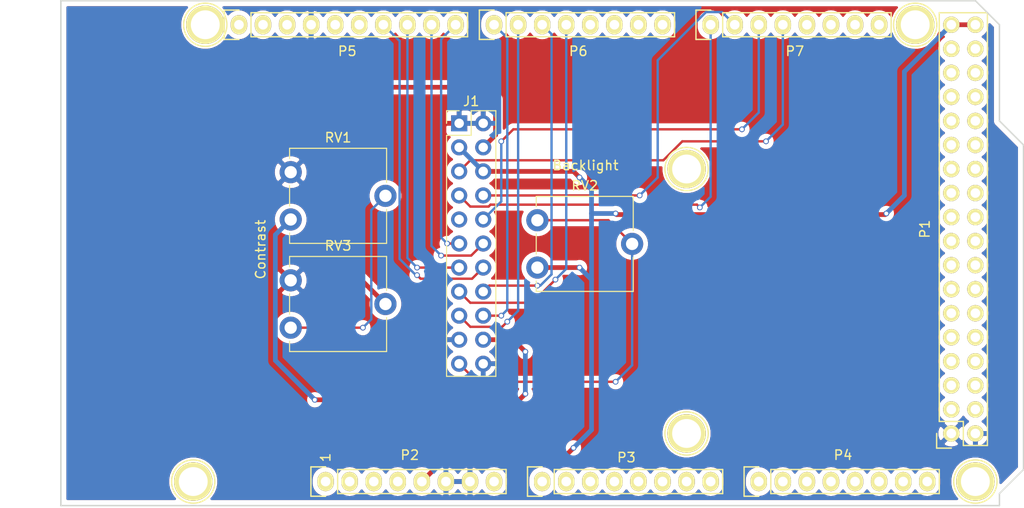
<source format=kicad_pcb>
(kicad_pcb (version 20171130) (host pcbnew "(5.1.10)-1")
  (title_block (date "mar. 31 mars 2015"))
  (layers (0 F.Cu signal) (31 B.Cu signal) (34 B.Paste user) (35 F.Paste user) (36 B.SilkS user) (37 F.SilkS user) (38 B.Mask user) (39 F.Mask user) (44 Edge.Cuts user))
  (net 0 "")
  (net 1 GND)
  (net 2 "/52(SCK)")
  (net 3 "/53(SS)")
  (net 4 "/50(MISO)")
  (net 5 "/51(MOSI)")
  (net 6 /48)
  (net 7 /49)
  (net 8 /46)
  (net 9 /47)
  (net 10 /44)
  (net 11 /45)
  (net 12 /42)
  (net 13 /43)
  (net 14 /40)
  (net 15 /41)
  (net 16 /38)
  (net 17 /39)
  (net 18 /36)
  (net 19 /37)
  (net 20 /34)
  (net 21 /35)
  (net 22 /32)
  (net 23 /33)
  (net 24 /30)
  (net 25 /31)
  (net 26 /28)
  (net 27 /29)
  (net 28 /26)
  (net 29 /27)
  (net 30 /24)
  (net 31 /25)
  (net 32 /22)
  (net 33 /23)
  (net 34 +5V)
  (net 35 /IOREF)
  (net 36 /Reset)
  (net 37 /Vin)
  (net 38 /A0)
  (net 39 /A1)
  (net 40 /A2)
  (net 41 /A3)
  (net 42 /A4)
  (net 43 /A5)
  (net 44 /A6)
  (net 45 /A7)
  (net 46 /A8)
  (net 47 /A9)
  (net 48 /A10)
  (net 49 /A11)
  (net 50 /A12)
  (net 51 /A13)
  (net 52 /A14)
  (net 53 /A15)
  (net 54 /SCL)
  (net 55 /SDA)
  (net 56 /AREF)
  (net 57 "/13(**)")
  (net 58 "/12(**)")
  (net 59 "/11(**)")
  (net 60 "/10(**)")
  (net 61 "/9(**)")
  (net 62 "/8(**)")
  (net 63 "/7(**)")
  (net 64 "/6(**)")
  (net 65 "/5(**)")
  (net 66 "/4(**)")
  (net 67 "/3(**)")
  (net 68 "/2(**)")
  (net 69 "/20(SDA)")
  (net 70 "/21(SCL)")
  (net 71 "Net-(P8-Pad1)")
  (net 72 "Net-(P9-Pad1)")
  (net 73 "Net-(P10-Pad1)")
  (net 74 "Net-(P11-Pad1)")
  (net 75 "Net-(P12-Pad1)")
  (net 76 "Net-(P13-Pad1)")
  (net 77 "Net-(P2-Pad1)")
  (net 78 +3V3)
  (net 79 "/1(Tx0)")
  (net 80 "/0(Rx0)")
  (net 81 "/14(Tx3)")
  (net 82 "/15(Rx3)")
  (net 83 "/16(Tx2)")
  (net 84 "/17(Rx2)")
  (net 85 "/18(Tx1)")
  (net 86 "/19(Rx1)")
  (net 87 /V0)
  (net 88 /NC)
  (net 89 /VOUT)
  (net 90 /LED_A)
  (net 91 "Net-(RV1-Pad2)")
  (module Socket_Arduino_Mega:Socket_Strip_Arduino_2x18 (layer F.Cu) (at 197.358 114.046 90)
    (fp_text reference P1 (at 21.59 -2.794 90) (layer F.SilkS))
    (fp_text value Digital)
    (fp_line (start -1.55 -1.55) (end -1.55 0) (layer F.SilkS) (width 0.15))
    (fp_line (start 1.27 1.27) (end 1.27 -1.27) (layer F.SilkS) (width 0.15))
    (fp_line (start -1.27 1.27) (end 1.27 1.27) (layer F.SilkS) (width 0.15))
    (fp_line (start 0 -1.55) (end -1.55 -1.55) (layer F.SilkS) (width 0.15))
    (fp_line (start -1.27 3.81) (end -1.27 1.27) (layer F.SilkS) (width 0.15))
    (fp_line (start 44.45 3.81) (end 44.45 -1.27) (layer F.SilkS) (width 0.15))
    (fp_line (start 44.45 -1.27) (end 1.27 -1.27) (layer F.SilkS) (width 0.15))
    (fp_line (start -1.27 3.81) (end 44.45 3.81) (layer F.SilkS) (width 0.15))
    (pad 1 thru_hole circle (at 0 0 90) (size 1.7272 1.7272) (drill 1.016) (layers *.Cu *.Mask F.SilkS) (net 1 GND))
    (pad 2 thru_hole oval (at 0 2.54 90) (size 1.7272 1.7272) (drill 1.016) (layers *.Cu *.Mask F.SilkS) (net 1 GND))
    (pad 3 thru_hole oval (at 2.54 0 90) (size 1.7272 1.7272) (drill 1.016) (layers *.Cu *.Mask F.SilkS) (net 2 "/52(SCK)"))
    (pad 4 thru_hole oval (at 2.54 2.54 90) (size 1.7272 1.7272) (drill 1.016) (layers *.Cu *.Mask F.SilkS) (net 3 "/53(SS)"))
    (pad 5 thru_hole oval (at 5.08 0 90) (size 1.7272 1.7272) (drill 1.016) (layers *.Cu *.Mask F.SilkS) (net 4 "/50(MISO)"))
    (pad 6 thru_hole oval (at 5.08 2.54 90) (size 1.7272 1.7272) (drill 1.016) (layers *.Cu *.Mask F.SilkS) (net 5 "/51(MOSI)"))
    (pad 7 thru_hole oval (at 7.62 0 90) (size 1.7272 1.7272) (drill 1.016) (layers *.Cu *.Mask F.SilkS) (net 6 /48))
    (pad 8 thru_hole oval (at 7.62 2.54 90) (size 1.7272 1.7272) (drill 1.016) (layers *.Cu *.Mask F.SilkS) (net 7 /49))
    (pad 9 thru_hole oval (at 10.16 0 90) (size 1.7272 1.7272) (drill 1.016) (layers *.Cu *.Mask F.SilkS) (net 8 /46))
    (pad 10 thru_hole oval (at 10.16 2.54 90) (size 1.7272 1.7272) (drill 1.016) (layers *.Cu *.Mask F.SilkS) (net 9 /47))
    (pad 11 thru_hole oval (at 12.7 0 90) (size 1.7272 1.7272) (drill 1.016) (layers *.Cu *.Mask F.SilkS) (net 10 /44))
    (pad 12 thru_hole oval (at 12.7 2.54 90) (size 1.7272 1.7272) (drill 1.016) (layers *.Cu *.Mask F.SilkS) (net 11 /45))
    (pad 13 thru_hole oval (at 15.24 0 90) (size 1.7272 1.7272) (drill 1.016) (layers *.Cu *.Mask F.SilkS) (net 12 /42))
    (pad 14 thru_hole oval (at 15.24 2.54 90) (size 1.7272 1.7272) (drill 1.016) (layers *.Cu *.Mask F.SilkS) (net 13 /43))
    (pad 15 thru_hole oval (at 17.78 0 90) (size 1.7272 1.7272) (drill 1.016) (layers *.Cu *.Mask F.SilkS) (net 14 /40))
    (pad 16 thru_hole oval (at 17.78 2.54 90) (size 1.7272 1.7272) (drill 1.016) (layers *.Cu *.Mask F.SilkS) (net 15 /41))
    (pad 17 thru_hole oval (at 20.32 0 90) (size 1.7272 1.7272) (drill 1.016) (layers *.Cu *.Mask F.SilkS) (net 16 /38))
    (pad 18 thru_hole oval (at 20.32 2.54 90) (size 1.7272 1.7272) (drill 1.016) (layers *.Cu *.Mask F.SilkS) (net 17 /39))
    (pad 19 thru_hole oval (at 22.86 0 90) (size 1.7272 1.7272) (drill 1.016) (layers *.Cu *.Mask F.SilkS) (net 18 /36))
    (pad 20 thru_hole oval (at 22.86 2.54 90) (size 1.7272 1.7272) (drill 1.016) (layers *.Cu *.Mask F.SilkS) (net 19 /37))
    (pad 21 thru_hole oval (at 25.4 0 90) (size 1.7272 1.7272) (drill 1.016) (layers *.Cu *.Mask F.SilkS) (net 20 /34))
    (pad 22 thru_hole oval (at 25.4 2.54 90) (size 1.7272 1.7272) (drill 1.016) (layers *.Cu *.Mask F.SilkS) (net 21 /35))
    (pad 23 thru_hole oval (at 27.94 0 90) (size 1.7272 1.7272) (drill 1.016) (layers *.Cu *.Mask F.SilkS) (net 22 /32))
    (pad 24 thru_hole oval (at 27.94 2.54 90) (size 1.7272 1.7272) (drill 1.016) (layers *.Cu *.Mask F.SilkS) (net 23 /33))
    (pad 25 thru_hole oval (at 30.48 0 90) (size 1.7272 1.7272) (drill 1.016) (layers *.Cu *.Mask F.SilkS) (net 24 /30))
    (pad 26 thru_hole oval (at 30.48 2.54 90) (size 1.7272 1.7272) (drill 1.016) (layers *.Cu *.Mask F.SilkS) (net 25 /31))
    (pad 27 thru_hole oval (at 33.02 0 90) (size 1.7272 1.7272) (drill 1.016) (layers *.Cu *.Mask F.SilkS) (net 26 /28))
    (pad 28 thru_hole oval (at 33.02 2.54 90) (size 1.7272 1.7272) (drill 1.016) (layers *.Cu *.Mask F.SilkS) (net 27 /29))
    (pad 29 thru_hole oval (at 35.56 0 90) (size 1.7272 1.7272) (drill 1.016) (layers *.Cu *.Mask F.SilkS) (net 28 /26))
    (pad 30 thru_hole oval (at 35.56 2.54 90) (size 1.7272 1.7272) (drill 1.016) (layers *.Cu *.Mask F.SilkS) (net 29 /27))
    (pad 31 thru_hole oval (at 38.1 0 90) (size 1.7272 1.7272) (drill 1.016) (layers *.Cu *.Mask F.SilkS) (net 30 /24))
    (pad 32 thru_hole oval (at 38.1 2.54 90) (size 1.7272 1.7272) (drill 1.016) (layers *.Cu *.Mask F.SilkS) (net 31 /25))
    (pad 33 thru_hole oval (at 40.64 0 90) (size 1.7272 1.7272) (drill 1.016) (layers *.Cu *.Mask F.SilkS) (net 32 /22))
    (pad 34 thru_hole oval (at 40.64 2.54 90) (size 1.7272 1.7272) (drill 1.016) (layers *.Cu *.Mask F.SilkS) (net 33 /23))
    (pad 35 thru_hole oval (at 43.18 0 90) (size 1.7272 1.7272) (drill 1.016) (layers *.Cu *.Mask F.SilkS) (net 34 +5V))
    (pad 36 thru_hole oval (at 43.18 2.54 90) (size 1.7272 1.7272) (drill 1.016) (layers *.Cu *.Mask F.SilkS) (net 34 +5V))
  )
  (module Socket_Arduino_Mega:Socket_Strip_Arduino_1x08 (layer F.Cu) (at 131.318 119.126)
    (fp_text reference P2 (at 8.89 -2.794) (layer F.SilkS))
    (fp_text value Power)
    (fp_line (start -1.55 -1.55) (end -1.55 1.55) (layer F.SilkS) (width 0.15))
    (fp_line (start 0 -1.55) (end -1.55 -1.55) (layer F.SilkS) (width 0.15))
    (fp_line (start 1.27 1.27) (end 1.27 -1.27) (layer F.SilkS) (width 0.15))
    (fp_line (start -1.55 1.55) (end 0 1.55) (layer F.SilkS) (width 0.15))
    (fp_line (start 19.05 -1.27) (end 1.27 -1.27) (layer F.SilkS) (width 0.15))
    (fp_line (start 19.05 1.27) (end 19.05 -1.27) (layer F.SilkS) (width 0.15))
    (fp_line (start 1.27 1.27) (end 19.05 1.27) (layer F.SilkS) (width 0.15))
    (pad 1 thru_hole oval (at 0 0) (size 1.7272 2.032) (drill 1.016) (layers *.Cu *.Mask F.SilkS) (net 77 "Net-(P2-Pad1)"))
    (pad 2 thru_hole oval (at 2.54 0) (size 1.7272 2.032) (drill 1.016) (layers *.Cu *.Mask F.SilkS) (net 35 /IOREF))
    (pad 3 thru_hole oval (at 5.08 0) (size 1.7272 2.032) (drill 1.016) (layers *.Cu *.Mask F.SilkS) (net 36 /Reset))
    (pad 4 thru_hole oval (at 7.62 0) (size 1.7272 2.032) (drill 1.016) (layers *.Cu *.Mask F.SilkS) (net 78 +3V3))
    (pad 5 thru_hole oval (at 10.16 0) (size 1.7272 2.032) (drill 1.016) (layers *.Cu *.Mask F.SilkS) (net 34 +5V))
    (pad 6 thru_hole oval (at 12.7 0) (size 1.7272 2.032) (drill 1.016) (layers *.Cu *.Mask F.SilkS) (net 1 GND))
    (pad 7 thru_hole oval (at 15.24 0) (size 1.7272 2.032) (drill 1.016) (layers *.Cu *.Mask F.SilkS) (net 1 GND))
    (pad 8 thru_hole oval (at 17.78 0) (size 1.7272 2.032) (drill 1.016) (layers *.Cu *.Mask F.SilkS) (net 37 /Vin))
  )
  (module Socket_Arduino_Mega:Socket_Strip_Arduino_1x08 (layer F.Cu) (at 154.178 119.126)
    (fp_text reference P3 (at 8.89 -2.54) (layer F.SilkS))
    (fp_text value Analog)
    (fp_line (start -1.55 -1.55) (end -1.55 1.55) (layer F.SilkS) (width 0.15))
    (fp_line (start 0 -1.55) (end -1.55 -1.55) (layer F.SilkS) (width 0.15))
    (fp_line (start 1.27 1.27) (end 1.27 -1.27) (layer F.SilkS) (width 0.15))
    (fp_line (start -1.55 1.55) (end 0 1.55) (layer F.SilkS) (width 0.15))
    (fp_line (start 19.05 -1.27) (end 1.27 -1.27) (layer F.SilkS) (width 0.15))
    (fp_line (start 19.05 1.27) (end 19.05 -1.27) (layer F.SilkS) (width 0.15))
    (fp_line (start 1.27 1.27) (end 19.05 1.27) (layer F.SilkS) (width 0.15))
    (pad 1 thru_hole oval (at 0 0) (size 1.7272 2.032) (drill 1.016) (layers *.Cu *.Mask F.SilkS) (net 38 /A0))
    (pad 2 thru_hole oval (at 2.54 0) (size 1.7272 2.032) (drill 1.016) (layers *.Cu *.Mask F.SilkS) (net 39 /A1))
    (pad 3 thru_hole oval (at 5.08 0) (size 1.7272 2.032) (drill 1.016) (layers *.Cu *.Mask F.SilkS) (net 40 /A2))
    (pad 4 thru_hole oval (at 7.62 0) (size 1.7272 2.032) (drill 1.016) (layers *.Cu *.Mask F.SilkS) (net 41 /A3))
    (pad 5 thru_hole oval (at 10.16 0) (size 1.7272 2.032) (drill 1.016) (layers *.Cu *.Mask F.SilkS) (net 42 /A4))
    (pad 6 thru_hole oval (at 12.7 0) (size 1.7272 2.032) (drill 1.016) (layers *.Cu *.Mask F.SilkS) (net 43 /A5))
    (pad 7 thru_hole oval (at 15.24 0) (size 1.7272 2.032) (drill 1.016) (layers *.Cu *.Mask F.SilkS) (net 44 /A6))
    (pad 8 thru_hole oval (at 17.78 0) (size 1.7272 2.032) (drill 1.016) (layers *.Cu *.Mask F.SilkS) (net 45 /A7))
  )
  (module Socket_Arduino_Mega:Socket_Strip_Arduino_1x08 (layer F.Cu) (at 177.038 119.126)
    (fp_text reference P4 (at 8.89 -2.794) (layer F.SilkS))
    (fp_text value Analog)
    (fp_line (start -1.55 -1.55) (end -1.55 1.55) (layer F.SilkS) (width 0.15))
    (fp_line (start 0 -1.55) (end -1.55 -1.55) (layer F.SilkS) (width 0.15))
    (fp_line (start 1.27 1.27) (end 1.27 -1.27) (layer F.SilkS) (width 0.15))
    (fp_line (start -1.55 1.55) (end 0 1.55) (layer F.SilkS) (width 0.15))
    (fp_line (start 19.05 -1.27) (end 1.27 -1.27) (layer F.SilkS) (width 0.15))
    (fp_line (start 19.05 1.27) (end 19.05 -1.27) (layer F.SilkS) (width 0.15))
    (fp_line (start 1.27 1.27) (end 19.05 1.27) (layer F.SilkS) (width 0.15))
    (pad 1 thru_hole oval (at 0 0) (size 1.7272 2.032) (drill 1.016) (layers *.Cu *.Mask F.SilkS) (net 46 /A8))
    (pad 2 thru_hole oval (at 2.54 0) (size 1.7272 2.032) (drill 1.016) (layers *.Cu *.Mask F.SilkS) (net 47 /A9))
    (pad 3 thru_hole oval (at 5.08 0) (size 1.7272 2.032) (drill 1.016) (layers *.Cu *.Mask F.SilkS) (net 48 /A10))
    (pad 4 thru_hole oval (at 7.62 0) (size 1.7272 2.032) (drill 1.016) (layers *.Cu *.Mask F.SilkS) (net 49 /A11))
    (pad 5 thru_hole oval (at 10.16 0) (size 1.7272 2.032) (drill 1.016) (layers *.Cu *.Mask F.SilkS) (net 50 /A12))
    (pad 6 thru_hole oval (at 12.7 0) (size 1.7272 2.032) (drill 1.016) (layers *.Cu *.Mask F.SilkS) (net 51 /A13))
    (pad 7 thru_hole oval (at 15.24 0) (size 1.7272 2.032) (drill 1.016) (layers *.Cu *.Mask F.SilkS) (net 52 /A14))
    (pad 8 thru_hole oval (at 17.78 0) (size 1.7272 2.032) (drill 1.016) (layers *.Cu *.Mask F.SilkS) (net 53 /A15))
  )
  (module Socket_Arduino_Mega:Socket_Strip_Arduino_1x10 (layer F.Cu) (at 122.174 70.866)
    (fp_text reference P5 (at 11.43 2.794) (layer F.SilkS))
    (fp_text value PWM)
    (fp_line (start -1.55 -1.55) (end -1.55 1.55) (layer F.SilkS) (width 0.15))
    (fp_line (start 0 -1.55) (end -1.55 -1.55) (layer F.SilkS) (width 0.15))
    (fp_line (start 1.27 1.27) (end 1.27 -1.27) (layer F.SilkS) (width 0.15))
    (fp_line (start -1.55 1.55) (end 0 1.55) (layer F.SilkS) (width 0.15))
    (fp_line (start 24.13 -1.27) (end 1.27 -1.27) (layer F.SilkS) (width 0.15))
    (fp_line (start 24.13 1.27) (end 24.13 -1.27) (layer F.SilkS) (width 0.15))
    (fp_line (start 1.27 1.27) (end 24.13 1.27) (layer F.SilkS) (width 0.15))
    (pad 1 thru_hole oval (at 0 0) (size 1.7272 2.032) (drill 1.016) (layers *.Cu *.Mask F.SilkS) (net 54 /SCL))
    (pad 2 thru_hole oval (at 2.54 0) (size 1.7272 2.032) (drill 1.016) (layers *.Cu *.Mask F.SilkS) (net 55 /SDA))
    (pad 3 thru_hole oval (at 5.08 0) (size 1.7272 2.032) (drill 1.016) (layers *.Cu *.Mask F.SilkS) (net 56 /AREF))
    (pad 4 thru_hole oval (at 7.62 0) (size 1.7272 2.032) (drill 1.016) (layers *.Cu *.Mask F.SilkS) (net 1 GND))
    (pad 5 thru_hole oval (at 10.16 0) (size 1.7272 2.032) (drill 1.016) (layers *.Cu *.Mask F.SilkS) (net 57 "/13(**)"))
    (pad 6 thru_hole oval (at 12.7 0) (size 1.7272 2.032) (drill 1.016) (layers *.Cu *.Mask F.SilkS) (net 58 "/12(**)"))
    (pad 7 thru_hole oval (at 15.24 0) (size 1.7272 2.032) (drill 1.016) (layers *.Cu *.Mask F.SilkS) (net 59 "/11(**)"))
    (pad 8 thru_hole oval (at 17.78 0) (size 1.7272 2.032) (drill 1.016) (layers *.Cu *.Mask F.SilkS) (net 60 "/10(**)"))
    (pad 9 thru_hole oval (at 20.32 0) (size 1.7272 2.032) (drill 1.016) (layers *.Cu *.Mask F.SilkS) (net 61 "/9(**)"))
    (pad 10 thru_hole oval (at 22.86 0) (size 1.7272 2.032) (drill 1.016) (layers *.Cu *.Mask F.SilkS) (net 62 "/8(**)"))
  )
  (module Socket_Arduino_Mega:Socket_Strip_Arduino_1x08 (layer F.Cu) (at 149.098 70.866)
    (fp_text reference P6 (at 8.89 2.794) (layer F.SilkS))
    (fp_text value PWM)
    (fp_line (start -1.55 -1.55) (end -1.55 1.55) (layer F.SilkS) (width 0.15))
    (fp_line (start 0 -1.55) (end -1.55 -1.55) (layer F.SilkS) (width 0.15))
    (fp_line (start 1.27 1.27) (end 1.27 -1.27) (layer F.SilkS) (width 0.15))
    (fp_line (start -1.55 1.55) (end 0 1.55) (layer F.SilkS) (width 0.15))
    (fp_line (start 19.05 -1.27) (end 1.27 -1.27) (layer F.SilkS) (width 0.15))
    (fp_line (start 19.05 1.27) (end 19.05 -1.27) (layer F.SilkS) (width 0.15))
    (fp_line (start 1.27 1.27) (end 19.05 1.27) (layer F.SilkS) (width 0.15))
    (pad 1 thru_hole oval (at 0 0) (size 1.7272 2.032) (drill 1.016) (layers *.Cu *.Mask F.SilkS) (net 63 "/7(**)"))
    (pad 2 thru_hole oval (at 2.54 0) (size 1.7272 2.032) (drill 1.016) (layers *.Cu *.Mask F.SilkS) (net 64 "/6(**)"))
    (pad 3 thru_hole oval (at 5.08 0) (size 1.7272 2.032) (drill 1.016) (layers *.Cu *.Mask F.SilkS) (net 65 "/5(**)"))
    (pad 4 thru_hole oval (at 7.62 0) (size 1.7272 2.032) (drill 1.016) (layers *.Cu *.Mask F.SilkS) (net 66 "/4(**)"))
    (pad 5 thru_hole oval (at 10.16 0) (size 1.7272 2.032) (drill 1.016) (layers *.Cu *.Mask F.SilkS) (net 67 "/3(**)"))
    (pad 6 thru_hole oval (at 12.7 0) (size 1.7272 2.032) (drill 1.016) (layers *.Cu *.Mask F.SilkS) (net 68 "/2(**)"))
    (pad 7 thru_hole oval (at 15.24 0) (size 1.7272 2.032) (drill 1.016) (layers *.Cu *.Mask F.SilkS) (net 79 "/1(Tx0)"))
    (pad 8 thru_hole oval (at 17.78 0) (size 1.7272 2.032) (drill 1.016) (layers *.Cu *.Mask F.SilkS) (net 80 "/0(Rx0)"))
  )
  (module Socket_Arduino_Mega:Socket_Strip_Arduino_1x08 (layer F.Cu) (at 171.958 70.866)
    (fp_text reference P7 (at 8.89 2.794) (layer F.SilkS))
    (fp_text value Communication)
    (fp_line (start -1.55 -1.55) (end -1.55 1.55) (layer F.SilkS) (width 0.15))
    (fp_line (start 0 -1.55) (end -1.55 -1.55) (layer F.SilkS) (width 0.15))
    (fp_line (start 1.27 1.27) (end 1.27 -1.27) (layer F.SilkS) (width 0.15))
    (fp_line (start -1.55 1.55) (end 0 1.55) (layer F.SilkS) (width 0.15))
    (fp_line (start 19.05 -1.27) (end 1.27 -1.27) (layer F.SilkS) (width 0.15))
    (fp_line (start 19.05 1.27) (end 19.05 -1.27) (layer F.SilkS) (width 0.15))
    (fp_line (start 1.27 1.27) (end 19.05 1.27) (layer F.SilkS) (width 0.15))
    (pad 1 thru_hole oval (at 0 0) (size 1.7272 2.032) (drill 1.016) (layers *.Cu *.Mask F.SilkS) (net 81 "/14(Tx3)"))
    (pad 2 thru_hole oval (at 2.54 0) (size 1.7272 2.032) (drill 1.016) (layers *.Cu *.Mask F.SilkS) (net 82 "/15(Rx3)"))
    (pad 3 thru_hole oval (at 5.08 0) (size 1.7272 2.032) (drill 1.016) (layers *.Cu *.Mask F.SilkS) (net 83 "/16(Tx2)"))
    (pad 4 thru_hole oval (at 7.62 0) (size 1.7272 2.032) (drill 1.016) (layers *.Cu *.Mask F.SilkS) (net 84 "/17(Rx2)"))
    (pad 5 thru_hole oval (at 10.16 0) (size 1.7272 2.032) (drill 1.016) (layers *.Cu *.Mask F.SilkS) (net 85 "/18(Tx1)"))
    (pad 6 thru_hole oval (at 12.7 0) (size 1.7272 2.032) (drill 1.016) (layers *.Cu *.Mask F.SilkS) (net 86 "/19(Rx1)"))
    (pad 7 thru_hole oval (at 15.24 0) (size 1.7272 2.032) (drill 1.016) (layers *.Cu *.Mask F.SilkS) (net 69 "/20(SDA)"))
    (pad 8 thru_hole oval (at 17.78 0) (size 1.7272 2.032) (drill 1.016) (layers *.Cu *.Mask F.SilkS) (net 70 "/21(SCL)"))
  )
  (module Socket_Arduino_Mega:Arduino_1pin (layer F.Cu) (at 117.348 119.126)
    (fp_text reference P8 hide)
    (fp_text value CONN_01X01 hide)
    (fp_circle (center 0 0) (end 0 -2.286) (layer F.SilkS) (width 0.15))
    (pad 1 thru_hole circle (at 0 0) (size 4.064 4.064) (drill 3.048) (layers *.Cu *.Mask F.SilkS) (net 71 "Net-(P8-Pad1)"))
  )
  (module Socket_Arduino_Mega:Arduino_1pin (layer F.Cu) (at 169.418 114.046)
    (fp_text reference P9 hide)
    (fp_text value CONN_01X01 hide)
    (fp_circle (center 0 0) (end 0 -2.286) (layer F.SilkS) (width 0.15))
    (pad 1 thru_hole circle (at 0 0) (size 4.064 4.064) (drill 3.048) (layers *.Cu *.Mask F.SilkS) (net 72 "Net-(P9-Pad1)"))
  )
  (module Socket_Arduino_Mega:Arduino_1pin (layer F.Cu) (at 199.898 119.126)
    (fp_text reference P10 hide)
    (fp_text value CONN_01X01 hide)
    (fp_circle (center 0 0) (end 0 -2.286) (layer F.SilkS) (width 0.15))
    (pad 1 thru_hole circle (at 0 0) (size 4.064 4.064) (drill 3.048) (layers *.Cu *.Mask F.SilkS) (net 73 "Net-(P10-Pad1)"))
  )
  (module Socket_Arduino_Mega:Arduino_1pin (layer F.Cu) (at 118.618 70.866)
    (fp_text reference P11 hide)
    (fp_text value CONN_01X01 hide)
    (fp_circle (center 0 0) (end 0 -2.286) (layer F.SilkS) (width 0.15))
    (pad 1 thru_hole circle (at 0 0) (size 4.064 4.064) (drill 3.048) (layers *.Cu *.Mask F.SilkS) (net 74 "Net-(P11-Pad1)"))
  )
  (module Socket_Arduino_Mega:Arduino_1pin (layer F.Cu) (at 169.418 86.106)
    (fp_text reference P12 hide)
    (fp_text value CONN_01X01 hide)
    (fp_circle (center 0 0) (end 0 -2.286) (layer F.SilkS) (width 0.15))
    (pad 1 thru_hole circle (at 0 0) (size 4.064 4.064) (drill 3.048) (layers *.Cu *.Mask F.SilkS) (net 75 "Net-(P12-Pad1)"))
  )
  (module Socket_Arduino_Mega:Arduino_1pin (layer F.Cu) (at 193.548 70.866)
    (fp_text reference P13 hide)
    (fp_text value CONN_01X01 hide)
    (fp_circle (center 0 0) (end 0 -2.286) (layer F.SilkS) (width 0.15))
    (pad 1 thru_hole circle (at 0 0) (size 4.064 4.064) (drill 3.048) (layers *.Cu *.Mask F.SilkS) (net 76 "Net-(P13-Pad1)"))
  )
  (module Connector_PinHeader_2.54mm:PinHeader_2x11_P2.54mm_Vertical (layer F.Cu) (at 145.415 81.28)
    (fp_text reference J1 (at 1.27 -2.33) (layer F.SilkS))
    (fp_text value ERM24064)
    (fp_line (start -1.33 26.73) (end 3.87 26.73) (layer F.SilkS) (width 0.12))
    (fp_line (start -1.33 1.27) (end -1.33 26.73) (layer F.SilkS) (width 0.12))
    (fp_line (start 3.87 -1.33) (end 3.87 26.73) (layer F.SilkS) (width 0.12))
    (fp_line (start -1.33 1.27) (end 1.27 1.27) (layer F.SilkS) (width 0.12))
    (fp_line (start 1.27 1.27) (end 1.27 -1.33) (layer F.SilkS) (width 0.12))
    (fp_line (start 1.27 -1.33) (end 3.87 -1.33) (layer F.SilkS) (width 0.12))
    (fp_line (start -1.33 0) (end -1.33 -1.33) (layer F.SilkS) (width 0.12))
    (fp_line (start -1.33 -1.33) (end 0 -1.33) (layer F.SilkS) (width 0.12))
    (pad 1 thru_hole rect (at 0 0) (size 1.7 1.7) (drill 1) (layers *.Cu *.Mask) (net 1 GND))
    (pad 2 thru_hole oval (at 2.54 0) (size 1.7 1.7) (drill 1) (layers *.Cu *.Mask) (net 1 GND))
    (pad 3 thru_hole oval (at 0 2.54) (size 1.7 1.7) (drill 1) (layers *.Cu *.Mask) (net 34 +5V))
    (pad 4 thru_hole oval (at 2.54 2.54) (size 1.7 1.7) (drill 1) (layers *.Cu *.Mask) (net 87 /V0))
    (pad 5 thru_hole oval (at 0 5.08) (size 1.7 1.7) (drill 1) (layers *.Cu *.Mask) (net 84 "/17(Rx2)"))
    (pad 6 thru_hole oval (at 2.54 5.08) (size 1.7 1.7) (drill 1) (layers *.Cu *.Mask) (net 34 +5V))
    (pad 7 thru_hole oval (at 0 7.62) (size 1.7 1.7) (drill 1) (layers *.Cu *.Mask) (net 81 "/14(Tx3)"))
    (pad 8 thru_hole oval (at 2.54 7.62) (size 1.7 1.7) (drill 1) (layers *.Cu *.Mask) (net 82 "/15(Rx3)"))
    (pad 9 thru_hole oval (at 0 10.16) (size 1.7 1.7) (drill 1) (layers *.Cu *.Mask) (net 88 /NC))
    (pad 10 thru_hole oval (at 2.54 10.16) (size 1.7 1.7) (drill 1) (layers *.Cu *.Mask) (net 83 "/16(Tx2)"))
    (pad 11 thru_hole oval (at 0 12.7) (size 1.7 1.7) (drill 1) (layers *.Cu *.Mask) (net 62 "/8(**)"))
    (pad 12 thru_hole oval (at 2.54 12.7) (size 1.7 1.7) (drill 1) (layers *.Cu *.Mask) (net 61 "/9(**)"))
    (pad 13 thru_hole oval (at 0 15.24) (size 1.7 1.7) (drill 1) (layers *.Cu *.Mask) (net 60 "/10(**)"))
    (pad 14 thru_hole oval (at 2.54 15.24) (size 1.7 1.7) (drill 1) (layers *.Cu *.Mask) (net 59 "/11(**)"))
    (pad 15 thru_hole oval (at 0 17.78) (size 1.7 1.7) (drill 1) (layers *.Cu *.Mask) (net 66 "/4(**)"))
    (pad 16 thru_hole oval (at 2.54 17.78) (size 1.7 1.7) (drill 1) (layers *.Cu *.Mask) (net 65 "/5(**)"))
    (pad 17 thru_hole oval (at 0 20.32) (size 1.7 1.7) (drill 1) (layers *.Cu *.Mask) (net 64 "/6(**)"))
    (pad 18 thru_hole oval (at 2.54 20.32) (size 1.7 1.7) (drill 1) (layers *.Cu *.Mask) (net 63 "/7(**)"))
    (pad 19 thru_hole oval (at 0 22.86) (size 1.7 1.7) (drill 1) (layers *.Cu *.Mask) (net 1 GND))
    (pad 20 thru_hole oval (at 2.54 22.86) (size 1.7 1.7) (drill 1) (layers *.Cu *.Mask) (net 89 /VOUT))
    (pad 21 thru_hole oval (at 0 25.4) (size 1.7 1.7) (drill 1) (layers *.Cu *.Mask) (net 90 /LED_A))
    (pad 22 thru_hole oval (at 2.54 25.4) (size 1.7 1.7) (drill 1) (layers *.Cu *.Mask) (net 1 GND))
  )
  (module Potentiometer_THT:Potentiometer_ACP_CA9-V10_Vertical (layer F.Cu) (at 127.635 91.44)
    (fp_text reference RV1 (at 5 -8.65) (layer F.SilkS))
    (fp_text value 10k)
    (fp_line (start 10.12 -1.075) (end 10.12 2.52) (layer F.SilkS) (width 0.12))
    (fp_line (start 10.12 -7.521) (end 10.12 -3.925) (layer F.SilkS) (width 0.12))
    (fp_line (start -0.12 1.425) (end -0.12 2.52) (layer F.SilkS) (width 0.12))
    (fp_line (start -0.12 -3.574) (end -0.12 -1.425) (layer F.SilkS) (width 0.12))
    (fp_line (start -0.12 -7.521) (end -0.12 -6.426) (layer F.SilkS) (width 0.12))
    (fp_line (start -0.12 2.52) (end 10.12 2.52) (layer F.SilkS) (width 0.12))
    (fp_line (start -0.12 -7.521) (end 10.12 -7.521) (layer F.SilkS) (width 0.12))
    (pad 1 thru_hole circle (at 0 0) (size 2.34 2.34) (drill 1.3) (layers *.Cu *.Mask) (net 89 /VOUT))
    (pad 2 thru_hole circle (at 10 -2.5) (size 2.34 2.34) (drill 1.3) (layers *.Cu *.Mask) (net 91 "Net-(RV1-Pad2)"))
    (pad 3 thru_hole circle (at 0 -5) (size 2.34 2.34) (drill 1.3) (layers *.Cu *.Mask) (net 1 GND))
  )
  (module Potentiometer_THT:Potentiometer_ACP_CA9-V10_Vertical (layer F.Cu) (at 153.67 96.52)
    (fp_text reference RV2 (at 5 -8.65) (layer F.SilkS))
    (fp_text value 1k)
    (fp_line (start -0.12 -7.521) (end 10.12 -7.521) (layer F.SilkS) (width 0.12))
    (fp_line (start -0.12 2.52) (end 10.12 2.52) (layer F.SilkS) (width 0.12))
    (fp_line (start -0.12 -7.521) (end -0.12 -6.426) (layer F.SilkS) (width 0.12))
    (fp_line (start -0.12 -3.574) (end -0.12 -1.425) (layer F.SilkS) (width 0.12))
    (fp_line (start -0.12 1.425) (end -0.12 2.52) (layer F.SilkS) (width 0.12))
    (fp_line (start 10.12 -7.521) (end 10.12 -3.925) (layer F.SilkS) (width 0.12))
    (fp_line (start 10.12 -1.075) (end 10.12 2.52) (layer F.SilkS) (width 0.12))
    (pad 3 thru_hole circle (at 0 -5) (size 2.34 2.34) (drill 1.3) (layers *.Cu *.Mask) (net 90 /LED_A))
    (pad 2 thru_hole circle (at 10 -2.5) (size 2.34 2.34) (drill 1.3) (layers *.Cu *.Mask) (net 90 /LED_A))
    (pad 1 thru_hole circle (at 0 0) (size 2.34 2.34) (drill 1.3) (layers *.Cu *.Mask) (net 34 +5V))
  )
  (module Potentiometer_THT:Potentiometer_ACP_CA9-V10_Vertical (layer F.Cu) (at 127.635 102.87)
    (fp_text reference RV3 (at 5 -8.65) (layer F.SilkS))
    (fp_text value 10k)
    (fp_line (start -0.12 -7.521) (end 10.12 -7.521) (layer F.SilkS) (width 0.12))
    (fp_line (start -0.12 2.52) (end 10.12 2.52) (layer F.SilkS) (width 0.12))
    (fp_line (start -0.12 -7.521) (end -0.12 -6.426) (layer F.SilkS) (width 0.12))
    (fp_line (start -0.12 -3.574) (end -0.12 -1.425) (layer F.SilkS) (width 0.12))
    (fp_line (start -0.12 1.425) (end -0.12 2.52) (layer F.SilkS) (width 0.12))
    (fp_line (start 10.12 -7.521) (end 10.12 -3.925) (layer F.SilkS) (width 0.12))
    (fp_line (start 10.12 -1.075) (end 10.12 2.52) (layer F.SilkS) (width 0.12))
    (pad 3 thru_hole circle (at 0 -5) (size 2.34 2.34) (drill 1.3) (layers *.Cu *.Mask) (net 1 GND))
    (pad 2 thru_hole circle (at 10 -2.5) (size 2.34 2.34) (drill 1.3) (layers *.Cu *.Mask) (net 87 /V0))
    (pad 1 thru_hole circle (at 0 0) (size 2.34 2.34) (drill 1.3) (layers *.Cu *.Mask) (net 91 "Net-(RV1-Pad2)"))
  )
  (gr_text Backlight (at 158.75 85.725) (layer F.SilkS) (effects (font (size 1 1))))
  (gr_text Contrast (at 124.46 94.615 90) (layer F.SilkS) (effects (font (size 1 1))))
  (gr_text 1 (at 131.318 116.586 90) (layer F.SilkS) (effects (font (size 1 1))))
  (gr_line (start 202.438 121.666) (end 103.378 121.666) (angle 90) (layer Edge.Cuts) (width 0.15))
  (gr_line (start 202.438 120.396) (end 202.438 121.666) (angle 90) (layer Edge.Cuts) (width 0.15))
  (gr_line (start 204.978 117.856) (end 202.438 120.396) (angle 90) (layer Edge.Cuts) (width 0.15))
  (gr_line (start 204.978 83.566) (end 204.978 117.856) (angle 90) (layer Edge.Cuts) (width 0.15))
  (gr_line (start 202.438 81.026) (end 204.978 83.566) (angle 90) (layer Edge.Cuts) (width 0.15))
  (gr_line (start 202.438 70.866) (end 202.438 81.026) (angle 90) (layer Edge.Cuts) (width 0.15))
  (gr_line (start 199.898 68.326) (end 202.438 70.866) (angle 90) (layer Edge.Cuts) (width 0.15))
  (gr_line (start 103.378 68.326) (end 199.898 68.326) (angle 90) (layer Edge.Cuts) (width 0.15))
  (gr_line (start 103.378 121.666) (end 103.378 68.326) (angle 90) (layer Edge.Cuts) (width 0.15))
  (segment (start 199.898 70.866) (end 197.358 70.866) (width 0.5) (layer F.Cu) (net 34))
  (segment (start 145.415 83.82) (end 147.955 86.36) (width 0.5) (layer B.Cu) (net 34))
  (segment (start 141.478 119.126) (end 144.399 116.205) (width 0.5) (layer F.Cu) (net 34))
  (via (at 157.48 115.57) (size 0.6) (drill 0.4) (layers F.Cu B.Cu) (net 34))
  (segment (start 156.845 116.205) (end 157.48 115.57) (width 0.5) (layer F.Cu) (net 34))
  (segment (start 144.399 116.205) (end 156.845 116.205) (width 0.5) (layer F.Cu) (net 34))
  (segment (start 157.48 115.57) (end 159.385 113.665) (width 0.5) (layer B.Cu) (net 34))
  (via (at 158.115 96.52) (size 0.6) (drill 0.4) (layers F.Cu B.Cu) (net 34))
  (segment (start 159.385 97.79) (end 158.115 96.52) (width 0.5) (layer B.Cu) (net 34))
  (segment (start 159.385 113.665) (end 159.385 97.79) (width 0.5) (layer B.Cu) (net 34))
  (segment (start 158.115 96.52) (end 153.67 96.52) (width 0.5) (layer F.Cu) (net 34))
  (via (at 158.115 86.995) (size 0.6) (drill 0.4) (layers F.Cu B.Cu) (net 34))
  (segment (start 157.48 86.36) (end 158.115 86.995) (width 0.5) (layer F.Cu) (net 34))
  (segment (start 147.955 86.36) (end 157.48 86.36) (width 0.5) (layer F.Cu) (net 34))
  (segment (start 158.115 86.995) (end 159.385 88.265) (width 0.5) (layer B.Cu) (net 34))
  (segment (start 197.358 70.866) (end 192.405 75.819) (width 0.5) (layer B.Cu) (net 34))
  (via (at 190.5 90.805) (size 0.6) (drill 0.4) (layers F.Cu B.Cu) (net 34))
  (segment (start 192.405 88.9) (end 190.5 90.805) (width 0.5) (layer B.Cu) (net 34))
  (segment (start 192.405 75.819) (end 192.405 88.9) (width 0.5) (layer B.Cu) (net 34))
  (via (at 161.925 90.805) (size 0.6) (drill 0.4) (layers F.Cu B.Cu) (net 34))
  (segment (start 162.040001 90.920001) (end 161.925 90.805) (width 0.5) (layer F.Cu) (net 34))
  (segment (start 190.384999 90.920001) (end 162.040001 90.920001) (width 0.5) (layer F.Cu) (net 34))
  (segment (start 190.5 90.805) (end 190.384999 90.920001) (width 0.5) (layer F.Cu) (net 34))
  (segment (start 159.385 90.805) (end 159.385 97.79) (width 0.5) (layer B.Cu) (net 34))
  (segment (start 161.925 90.805) (end 159.385 90.805) (width 0.5) (layer B.Cu) (net 34))
  (segment (start 159.385 88.265) (end 159.385 90.805) (width 0.5) (layer B.Cu) (net 34))
  (via (at 140.97 97.320003) (size 0.6) (drill 0.4) (layers F.Cu B.Cu) (net 59))
  (segment (start 140.845001 97.320003) (end 140.97 97.320003) (width 0.25) (layer B.Cu) (net 59))
  (segment (start 139.130001 95.605003) (end 140.845001 97.320003) (width 0.25) (layer B.Cu) (net 59))
  (segment (start 139.130001 72.582001) (end 139.130001 95.605003) (width 0.25) (layer B.Cu) (net 59))
  (segment (start 137.414 70.866) (end 139.130001 72.582001) (width 0.25) (layer B.Cu) (net 59))
  (segment (start 146.779999 97.695001) (end 147.955 96.52) (width 0.25) (layer F.Cu) (net 59))
  (segment (start 141.344998 97.695001) (end 146.779999 97.695001) (width 0.25) (layer F.Cu) (net 59))
  (segment (start 140.97 97.320003) (end 141.344998 97.695001) (width 0.25) (layer F.Cu) (net 59))
  (via (at 140.97 96.52) (size 0.6) (drill 0.4) (layers F.Cu B.Cu) (net 60))
  (segment (start 139.954 95.504) (end 140.97 96.52) (width 0.25) (layer B.Cu) (net 60))
  (segment (start 139.954 70.866) (end 139.954 95.504) (width 0.25) (layer B.Cu) (net 60))
  (segment (start 140.97 96.52) (end 145.415 96.52) (width 0.25) (layer F.Cu) (net 60))
  (via (at 143.51 95.25) (size 0.6) (drill 0.4) (layers F.Cu B.Cu) (net 61))
  (segment (start 142.494 94.234) (end 143.51 95.25) (width 0.25) (layer B.Cu) (net 61))
  (segment (start 142.494 70.866) (end 142.494 94.234) (width 0.25) (layer B.Cu) (net 61))
  (segment (start 146.685 95.25) (end 147.955 93.98) (width 0.25) (layer F.Cu) (net 61))
  (segment (start 143.51 95.25) (end 146.685 95.25) (width 0.25) (layer F.Cu) (net 61))
  (segment (start 145.034 70.866) (end 143.51 72.39) (width 0.25) (layer B.Cu) (net 62))
  (via (at 144.145 93.98) (size 0.6) (drill 0.4) (layers F.Cu B.Cu) (net 62))
  (segment (start 143.51 93.345) (end 144.145 93.98) (width 0.25) (layer B.Cu) (net 62))
  (segment (start 143.51 72.39) (end 143.51 93.345) (width 0.25) (layer B.Cu) (net 62))
  (segment (start 144.145 93.98) (end 145.415 93.98) (width 0.25) (layer F.Cu) (net 62))
  (segment (start 149.098 70.866) (end 150.495 72.263) (width 0.25) (layer B.Cu) (net 63))
  (via (at 149.86 101.6) (size 0.6) (drill 0.4) (layers F.Cu B.Cu) (net 63))
  (segment (start 150.495 100.965) (end 149.86 101.6) (width 0.25) (layer B.Cu) (net 63))
  (segment (start 150.495 72.263) (end 150.495 100.965) (width 0.25) (layer B.Cu) (net 63))
  (segment (start 149.86 101.6) (end 147.955 101.6) (width 0.25) (layer F.Cu) (net 63))
  (via (at 150.495 102.235) (size 0.6) (drill 0.4) (layers F.Cu B.Cu) (net 64))
  (segment (start 151.638 101.092) (end 150.495 102.235) (width 0.25) (layer B.Cu) (net 64))
  (segment (start 151.638 70.866) (end 151.638 101.092) (width 0.25) (layer B.Cu) (net 64))
  (segment (start 146.590001 102.775001) (end 145.415 101.6) (width 0.25) (layer F.Cu) (net 64))
  (segment (start 149.954999 102.775001) (end 146.590001 102.775001) (width 0.25) (layer F.Cu) (net 64))
  (segment (start 150.495 102.235) (end 149.954999 102.775001) (width 0.25) (layer F.Cu) (net 64))
  (segment (start 155.165001 97.237601) (end 153.977602 98.425) (width 0.25) (layer B.Cu) (net 65))
  (via (at 153.67 98.425) (size 0.6) (drill 0.4) (layers F.Cu B.Cu) (net 65))
  (segment (start 153.977602 98.425) (end 153.67 98.425) (width 0.25) (layer B.Cu) (net 65))
  (segment (start 155.165001 71.853001) (end 155.165001 97.237601) (width 0.25) (layer B.Cu) (net 65))
  (segment (start 154.178 70.866) (end 155.165001 71.853001) (width 0.25) (layer B.Cu) (net 65))
  (segment (start 148.59 98.425) (end 147.955 99.06) (width 0.25) (layer F.Cu) (net 65))
  (segment (start 153.67 98.425) (end 148.59 98.425) (width 0.25) (layer F.Cu) (net 65))
  (segment (start 156.718 70.866) (end 156.718 96.647) (width 0.25) (layer B.Cu) (net 66))
  (via (at 155.575 97.79) (size 0.6) (drill 0.4) (layers F.Cu B.Cu) (net 66))
  (segment (start 156.718 96.647) (end 155.575 97.79) (width 0.25) (layer B.Cu) (net 66))
  (segment (start 146.590001 100.235001) (end 145.415 99.06) (width 0.25) (layer F.Cu) (net 66))
  (segment (start 153.129999 100.235001) (end 146.590001 100.235001) (width 0.25) (layer F.Cu) (net 66))
  (segment (start 155.575 97.79) (end 153.129999 100.235001) (width 0.25) (layer F.Cu) (net 66))
  (segment (start 171.958 70.866) (end 171.958 89.027) (width 0.25) (layer B.Cu) (net 81))
  (via (at 170.815 90.17) (size 0.6) (drill 0.4) (layers F.Cu B.Cu) (net 81))
  (segment (start 171.958 89.027) (end 170.815 90.17) (width 0.25) (layer B.Cu) (net 81))
  (segment (start 148.519001 90.075001) (end 146.590001 90.075001) (width 0.25) (layer F.Cu) (net 81))
  (segment (start 148.724001 89.870001) (end 148.519001 90.075001) (width 0.25) (layer F.Cu) (net 81))
  (segment (start 170.515001 89.870001) (end 148.724001 89.870001) (width 0.25) (layer F.Cu) (net 81))
  (segment (start 146.590001 90.075001) (end 145.415 88.9) (width 0.25) (layer F.Cu) (net 81))
  (segment (start 170.815 90.17) (end 170.515001 89.870001) (width 0.25) (layer F.Cu) (net 81))
  (segment (start 171.465662 69.52499) (end 166.37 74.620652) (width 0.25) (layer B.Cu) (net 82))
  (segment (start 173.15699 69.52499) (end 171.465662 69.52499) (width 0.25) (layer B.Cu) (net 82))
  (segment (start 174.498 70.866) (end 173.15699 69.52499) (width 0.25) (layer B.Cu) (net 82))
  (via (at 164.465 88.9) (size 0.6) (drill 0.4) (layers F.Cu B.Cu) (net 82))
  (segment (start 166.37 86.995) (end 164.465 88.9) (width 0.25) (layer B.Cu) (net 82))
  (segment (start 166.37 74.620652) (end 166.37 86.995) (width 0.25) (layer B.Cu) (net 82))
  (segment (start 164.465 88.9) (end 147.955 88.9) (width 0.25) (layer F.Cu) (net 82))
  (via (at 175.26 81.915) (size 0.6) (drill 0.4) (layers F.Cu B.Cu) (net 83))
  (segment (start 177.038 80.137) (end 175.26 81.915) (width 0.25) (layer B.Cu) (net 83))
  (segment (start 177.038 70.866) (end 177.038 80.137) (width 0.25) (layer B.Cu) (net 83))
  (via (at 149.86 83.185) (size 0.6) (drill 0.4) (layers F.Cu B.Cu) (net 83))
  (segment (start 151.13 81.915) (end 149.86 83.185) (width 0.25) (layer F.Cu) (net 83))
  (segment (start 175.26 81.915) (end 151.13 81.915) (width 0.25) (layer F.Cu) (net 83))
  (segment (start 149.86 89.535) (end 147.955 91.44) (width 0.25) (layer B.Cu) (net 83))
  (segment (start 149.86 83.185) (end 149.86 89.535) (width 0.25) (layer B.Cu) (net 83))
  (segment (start 179.578 81.407) (end 177.8 83.185) (width 0.25) (layer B.Cu) (net 84))
  (via (at 177.8 83.185) (size 0.6) (drill 0.4) (layers F.Cu B.Cu) (net 84))
  (segment (start 179.578 70.866) (end 179.578 81.407) (width 0.25) (layer B.Cu) (net 84))
  (segment (start 146.590001 85.184999) (end 145.415 86.36) (width 0.25) (layer F.Cu) (net 84))
  (segment (start 166.966 85.184999) (end 146.590001 85.184999) (width 0.25) (layer F.Cu) (net 84))
  (segment (start 168.965999 83.185) (end 166.966 85.184999) (width 0.25) (layer F.Cu) (net 84))
  (segment (start 177.8 83.185) (end 168.965999 83.185) (width 0.25) (layer F.Cu) (net 84))
  (segment (start 149.255001 82.519999) (end 149.255001 78.770001) (width 0.5) (layer F.Cu) (net 87))
  (segment (start 147.955 83.82) (end 149.255001 82.519999) (width 0.5) (layer F.Cu) (net 87))
  (segment (start 149.255001 78.770001) (end 147.955 77.47) (width 0.5) (layer F.Cu) (net 87))
  (segment (start 147.955 77.47) (end 136.525 77.47) (width 0.5) (layer F.Cu) (net 87))
  (segment (start 136.525 77.47) (end 133.35 80.645) (width 0.5) (layer F.Cu) (net 87))
  (segment (start 133.35 96.085) (end 137.635 100.37) (width 0.5) (layer F.Cu) (net 87))
  (segment (start 133.35 80.645) (end 133.35 96.085) (width 0.5) (layer F.Cu) (net 87))
  (via (at 130.175 110.49) (size 0.6) (drill 0.4) (layers F.Cu B.Cu) (net 89))
  (segment (start 126.014999 106.329999) (end 130.175 110.49) (width 0.5) (layer B.Cu) (net 89))
  (segment (start 126.014999 93.060001) (end 126.014999 106.329999) (width 0.5) (layer B.Cu) (net 89))
  (segment (start 127.635 91.44) (end 126.014999 93.060001) (width 0.5) (layer B.Cu) (net 89))
  (segment (start 130.175 110.49) (end 151.13 110.49) (width 0.5) (layer F.Cu) (net 89))
  (via (at 152.4 109.855) (size 0.6) (drill 0.4) (layers F.Cu B.Cu) (net 89))
  (segment (start 151.765 110.49) (end 152.4 109.855) (width 0.5) (layer F.Cu) (net 89))
  (segment (start 151.13 110.49) (end 151.765 110.49) (width 0.5) (layer F.Cu) (net 89))
  (segment (start 152.4 109.855) (end 152.4 105.41) (width 0.5) (layer B.Cu) (net 89))
  (via (at 152.4 105.41) (size 0.6) (drill 0.4) (layers F.Cu B.Cu) (net 89))
  (segment (start 152.4 105.41) (end 151.13 104.14) (width 0.5) (layer F.Cu) (net 89))
  (segment (start 151.13 104.14) (end 147.955 104.14) (width 0.5) (layer F.Cu) (net 89))
  (segment (start 161.17 91.52) (end 163.67 94.02) (width 0.25) (layer F.Cu) (net 90))
  (segment (start 153.67 91.52) (end 161.17 91.52) (width 0.25) (layer F.Cu) (net 90))
  (via (at 161.925 108.585) (size 0.6) (drill 0.4) (layers F.Cu B.Cu) (net 90))
  (segment (start 163.67 106.84) (end 161.925 108.585) (width 0.25) (layer B.Cu) (net 90))
  (segment (start 163.67 94.02) (end 163.67 106.84) (width 0.25) (layer B.Cu) (net 90))
  (segment (start 147.32 108.585) (end 145.415 106.68) (width 0.25) (layer F.Cu) (net 90))
  (segment (start 161.925 108.585) (end 147.32 108.585) (width 0.25) (layer F.Cu) (net 90))
  (via (at 135.255 102.87) (size 0.6) (drill 0.4) (layers F.Cu B.Cu) (net 91))
  (segment (start 136.139999 101.985001) (end 135.255 102.87) (width 0.25) (layer B.Cu) (net 91))
  (segment (start 136.139999 90.435001) (end 136.139999 101.985001) (width 0.25) (layer B.Cu) (net 91))
  (segment (start 137.635 88.94) (end 136.139999 90.435001) (width 0.25) (layer B.Cu) (net 91))
  (segment (start 135.255 102.87) (end 127.635 102.87) (width 0.25) (layer F.Cu) (net 91))
  (zone (net 1) (net_name GND) (layer F.Cu) (connect_pads (clearance 0.508)) (min_thickness 0.254) (fill yes (arc_segments 32) (thermal_gap 0.508) (thermal_bridge_width 0.508))
    (polygon (pts (xy 204.47 121.285) (xy 103.505 121.92) (xy 103.505 68.58) (xy 204.47 68.58)))
  )
  (zone (net 1) (net_name GND) (layer B.Cu) (connect_pads (clearance 0.508)) (min_thickness 0.254) (fill yes (arc_segments 32) (thermal_gap 0.508) (thermal_bridge_width 0.508))
    (polygon (pts (xy 204.47 121.285) (xy 102.87 121.92) (xy 103.505 68.58) (xy 204.47 68.58)))
  )
)
</source>
